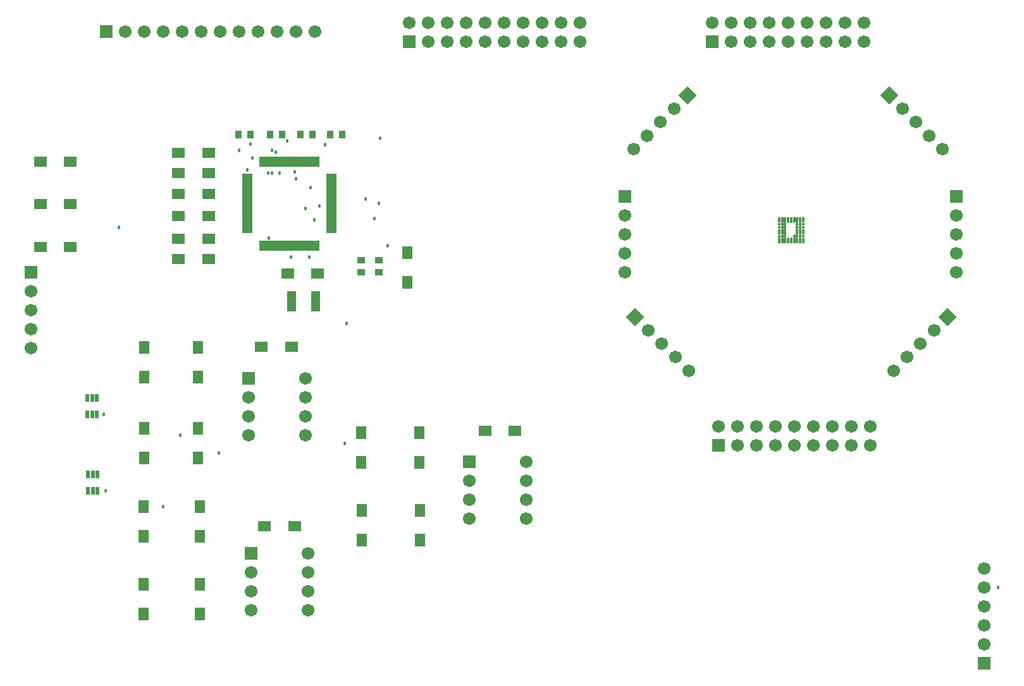
<source format=gts>
G04*
G04 #@! TF.GenerationSoftware,Altium Limited,Altium Designer,18.0.12 (696)*
G04*
G04 Layer_Color=8388736*
%FSLAX23Y23*%
%MOIN*%
G70*
G01*
G75*
%ADD26C,0.016*%
%ADD27R,0.024X0.043*%
%ADD28R,0.058X0.020*%
%ADD29R,0.020X0.058*%
%ADD30R,0.051X0.106*%
%ADD31R,0.071X0.055*%
%ADD32R,0.055X0.071*%
%ADD33R,0.043X0.032*%
%ADD34R,0.032X0.043*%
%ADD35C,0.067*%
%ADD36R,0.067X0.067*%
%ADD37R,0.067X0.067*%
%ADD38P,0.095X4X360.0*%
%ADD39P,0.095X4X270.0*%
%ADD40C,0.018*%
D26*
X4201Y2402D02*
D03*
X4185D02*
D03*
X4169D02*
D03*
X4154D02*
D03*
X4138D02*
D03*
X4122D02*
D03*
X4106D02*
D03*
X4091D02*
D03*
X4075D02*
D03*
X4201Y2417D02*
D03*
X4185D02*
D03*
X4169D02*
D03*
X4154D02*
D03*
X4138D02*
D03*
X4122D02*
D03*
X4106D02*
D03*
X4091D02*
D03*
X4075D02*
D03*
X4201Y2433D02*
D03*
X4185D02*
D03*
X4169D02*
D03*
X4106D02*
D03*
X4091D02*
D03*
X4075D02*
D03*
X4201Y2449D02*
D03*
X4185D02*
D03*
X4169D02*
D03*
X4106D02*
D03*
X4091D02*
D03*
X4075D02*
D03*
X4201Y2465D02*
D03*
X4185D02*
D03*
X4169D02*
D03*
X4106D02*
D03*
X4091D02*
D03*
X4075D02*
D03*
X4201Y2480D02*
D03*
X4185D02*
D03*
X4169D02*
D03*
X4106D02*
D03*
X4091D02*
D03*
X4075D02*
D03*
X4201Y2496D02*
D03*
X4185D02*
D03*
X4169D02*
D03*
X4106D02*
D03*
X4091D02*
D03*
X4075D02*
D03*
X4201Y2512D02*
D03*
X4185D02*
D03*
X4169D02*
D03*
X4154D02*
D03*
X4138D02*
D03*
X4122D02*
D03*
X4106D02*
D03*
X4091D02*
D03*
X4075D02*
D03*
X4201Y2528D02*
D03*
X4185D02*
D03*
X4169D02*
D03*
X4154D02*
D03*
X4138D02*
D03*
X4122D02*
D03*
X4106D02*
D03*
X4091D02*
D03*
X4075D02*
D03*
D27*
X427Y1579D02*
D03*
X453Y1579D02*
D03*
X478Y1579D02*
D03*
X427Y1492D02*
D03*
X453Y1492D02*
D03*
X478Y1492D02*
D03*
X431Y1177D02*
D03*
X457Y1177D02*
D03*
X482Y1177D02*
D03*
X431Y1091D02*
D03*
X457Y1091D02*
D03*
X482Y1091D02*
D03*
D28*
X1270Y2754D02*
D03*
Y2734D02*
D03*
Y2715D02*
D03*
Y2695D02*
D03*
Y2675D02*
D03*
Y2656D02*
D03*
Y2636D02*
D03*
Y2616D02*
D03*
Y2596D02*
D03*
Y2577D02*
D03*
Y2557D02*
D03*
Y2537D02*
D03*
Y2518D02*
D03*
Y2498D02*
D03*
Y2478D02*
D03*
Y2459D02*
D03*
X1714D02*
D03*
Y2478D02*
D03*
Y2498D02*
D03*
Y2518D02*
D03*
Y2537D02*
D03*
Y2557D02*
D03*
Y2577D02*
D03*
Y2596D02*
D03*
Y2616D02*
D03*
Y2636D02*
D03*
Y2656D02*
D03*
Y2675D02*
D03*
Y2695D02*
D03*
Y2715D02*
D03*
Y2734D02*
D03*
Y2754D02*
D03*
D29*
X1344Y2385D02*
D03*
X1364D02*
D03*
X1384D02*
D03*
X1404D02*
D03*
X1423D02*
D03*
X1443D02*
D03*
X1463D02*
D03*
X1482D02*
D03*
X1502D02*
D03*
X1522D02*
D03*
X1541D02*
D03*
X1561D02*
D03*
X1581D02*
D03*
X1600D02*
D03*
X1620D02*
D03*
X1640D02*
D03*
Y2828D02*
D03*
X1620D02*
D03*
X1600D02*
D03*
X1581D02*
D03*
X1561D02*
D03*
X1541D02*
D03*
X1522D02*
D03*
X1502D02*
D03*
X1482D02*
D03*
X1463D02*
D03*
X1443D02*
D03*
X1423D02*
D03*
X1404D02*
D03*
X1384D02*
D03*
X1364D02*
D03*
X1344D02*
D03*
D30*
X1504Y2091D02*
D03*
X1630D02*
D03*
D31*
X2524Y1406D02*
D03*
X2681D02*
D03*
X1642Y2236D02*
D03*
X1484D02*
D03*
X909Y2421D02*
D03*
X1067D02*
D03*
X909Y2657D02*
D03*
X1067D02*
D03*
X909Y2768D02*
D03*
X1067D02*
D03*
X1504Y1850D02*
D03*
X1346D02*
D03*
X339Y2378D02*
D03*
X181D02*
D03*
X339Y2602D02*
D03*
X181D02*
D03*
X339Y2827D02*
D03*
X181D02*
D03*
X1067Y2315D02*
D03*
X909D02*
D03*
X1067Y2539D02*
D03*
X909D02*
D03*
X1067Y2874D02*
D03*
X909D02*
D03*
X1520Y902D02*
D03*
X1362D02*
D03*
D32*
X2177Y1398D02*
D03*
Y1240D02*
D03*
X2114Y2346D02*
D03*
Y2189D02*
D03*
X1012Y1689D02*
D03*
Y1846D02*
D03*
Y1264D02*
D03*
Y1421D02*
D03*
X1020Y441D02*
D03*
Y598D02*
D03*
Y850D02*
D03*
Y1008D02*
D03*
X728Y1689D02*
D03*
Y1846D02*
D03*
Y1264D02*
D03*
Y1421D02*
D03*
X724Y441D02*
D03*
Y598D02*
D03*
X1874Y831D02*
D03*
Y988D02*
D03*
X724Y850D02*
D03*
Y1008D02*
D03*
X1870Y1240D02*
D03*
Y1398D02*
D03*
X2181Y988D02*
D03*
Y831D02*
D03*
D33*
X1965Y2307D02*
D03*
Y2244D02*
D03*
X1870Y2307D02*
D03*
Y2244D02*
D03*
D34*
X1453Y2969D02*
D03*
X1390D02*
D03*
X1614D02*
D03*
X1551D02*
D03*
X1287D02*
D03*
X1224D02*
D03*
X1709D02*
D03*
X1772D02*
D03*
D35*
X2741Y944D02*
D03*
Y1044D02*
D03*
Y1144D02*
D03*
Y1244D02*
D03*
X2441Y944D02*
D03*
Y1044D02*
D03*
Y1144D02*
D03*
X4554Y1429D02*
D03*
X4454D02*
D03*
X4354D02*
D03*
X4254D02*
D03*
X4154D02*
D03*
X4054D02*
D03*
X3954D02*
D03*
X3854D02*
D03*
X3754D02*
D03*
X4554Y1329D02*
D03*
X4454D02*
D03*
X4354D02*
D03*
X4254D02*
D03*
X4154D02*
D03*
X4054D02*
D03*
X3954D02*
D03*
X3854D02*
D03*
X3025Y3561D02*
D03*
Y3461D02*
D03*
X2925Y3561D02*
D03*
Y3461D02*
D03*
X2825Y3561D02*
D03*
Y3461D02*
D03*
X2725Y3561D02*
D03*
Y3461D02*
D03*
X2625Y3561D02*
D03*
Y3461D02*
D03*
X2525Y3561D02*
D03*
Y3461D02*
D03*
X2425Y3561D02*
D03*
Y3461D02*
D03*
X2325Y3561D02*
D03*
Y3461D02*
D03*
X2225Y3561D02*
D03*
Y3461D02*
D03*
X2125Y3561D02*
D03*
X5154Y280D02*
D03*
Y380D02*
D03*
Y480D02*
D03*
Y580D02*
D03*
Y680D02*
D03*
X3598Y1725D02*
D03*
X3527Y1796D02*
D03*
X3456Y1866D02*
D03*
X3386Y1937D02*
D03*
X628Y3512D02*
D03*
X728D02*
D03*
X828D02*
D03*
X928D02*
D03*
X1028D02*
D03*
X1128D02*
D03*
X1228D02*
D03*
X1328D02*
D03*
X1428D02*
D03*
X1528D02*
D03*
X1628D02*
D03*
X130Y2142D02*
D03*
Y2042D02*
D03*
Y1942D02*
D03*
Y1842D02*
D03*
X1279Y1585D02*
D03*
Y1485D02*
D03*
Y1385D02*
D03*
X1579Y1685D02*
D03*
Y1585D02*
D03*
Y1485D02*
D03*
Y1385D02*
D03*
X1291Y660D02*
D03*
Y560D02*
D03*
Y460D02*
D03*
X1591Y760D02*
D03*
Y660D02*
D03*
Y560D02*
D03*
Y460D02*
D03*
X3820Y3461D02*
D03*
X3920D02*
D03*
X4020D02*
D03*
X4120D02*
D03*
X4220D02*
D03*
X4320D02*
D03*
X4420D02*
D03*
X4520D02*
D03*
X3720Y3561D02*
D03*
X3820D02*
D03*
X3920D02*
D03*
X4020D02*
D03*
X4120D02*
D03*
X4220D02*
D03*
X4320D02*
D03*
X4420D02*
D03*
X4520D02*
D03*
X3260Y2542D02*
D03*
Y2442D02*
D03*
Y2342D02*
D03*
Y2242D02*
D03*
X3520Y3106D02*
D03*
X3449Y3036D02*
D03*
X3378Y2965D02*
D03*
X3308Y2894D02*
D03*
X5008Y2542D02*
D03*
Y2442D02*
D03*
Y2342D02*
D03*
Y2242D02*
D03*
X4724Y3106D02*
D03*
X4795Y3036D02*
D03*
X4866Y2965D02*
D03*
X4936Y2894D02*
D03*
X4890Y1937D02*
D03*
X4819Y1866D02*
D03*
X4748Y1796D02*
D03*
X4678Y1725D02*
D03*
D36*
X2441Y1244D02*
D03*
X3754Y1329D02*
D03*
X2125Y3461D02*
D03*
X528Y3512D02*
D03*
X1279Y1685D02*
D03*
X1291Y760D02*
D03*
X3720Y3461D02*
D03*
D37*
X5154Y180D02*
D03*
X130Y2242D02*
D03*
X3260Y2642D02*
D03*
X5008D02*
D03*
D38*
X3315Y2008D02*
D03*
X4654Y3177D02*
D03*
D39*
X3591D02*
D03*
X4961Y2008D02*
D03*
D40*
X5227Y580D02*
D03*
X516Y1492D02*
D03*
X524Y1091D02*
D03*
X1270Y2782D02*
D03*
X1421Y2878D02*
D03*
X4106Y2449D02*
D03*
X4091Y2496D02*
D03*
X4091Y2480D02*
D03*
X4106Y2465D02*
D03*
X4106Y2433D02*
D03*
X4106Y2480D02*
D03*
X4138Y2512D02*
D03*
X4122Y2512D02*
D03*
X4169Y2465D02*
D03*
Y2449D02*
D03*
Y2480D02*
D03*
X4185Y2496D02*
D03*
X4185Y2512D02*
D03*
Y2465D02*
D03*
X4169Y2512D02*
D03*
X4075Y2417D02*
D03*
X4185Y2449D02*
D03*
Y2433D02*
D03*
X4154Y2417D02*
D03*
X4138Y2417D02*
D03*
X4122Y2417D02*
D03*
X4106Y2417D02*
D03*
X4106Y2496D02*
D03*
Y2512D02*
D03*
X4091Y2512D02*
D03*
X4091Y2465D02*
D03*
Y2449D02*
D03*
X4154Y2433D02*
D03*
X4185Y2417D02*
D03*
Y2480D02*
D03*
X4169Y2496D02*
D03*
X4154Y2512D02*
D03*
X4091Y2417D02*
D03*
X4169Y2417D02*
D03*
X4091Y2433D02*
D03*
X1287Y2921D02*
D03*
X1401Y2768D02*
D03*
X1606Y2689D02*
D03*
X1480Y2937D02*
D03*
X1795Y1972D02*
D03*
X1650Y2594D02*
D03*
X1579Y2579D02*
D03*
X1382Y2768D02*
D03*
X1402Y2886D02*
D03*
X1681Y2917D02*
D03*
X1972Y2949D02*
D03*
X1965Y2606D02*
D03*
X1941Y2528D02*
D03*
X1626Y2520D02*
D03*
X1528Y2736D02*
D03*
X1299Y2846D02*
D03*
X1228Y2886D02*
D03*
X1520Y2772D02*
D03*
X2012Y2382D02*
D03*
X1894Y2630D02*
D03*
X594Y2480D02*
D03*
X1441Y2768D02*
D03*
X1384Y2423D02*
D03*
X1500Y2323D02*
D03*
X1598D02*
D03*
X1122Y1291D02*
D03*
X1279Y1585D02*
D03*
X1783Y1339D02*
D03*
X917Y1382D02*
D03*
X827Y1008D02*
D03*
M02*

</source>
